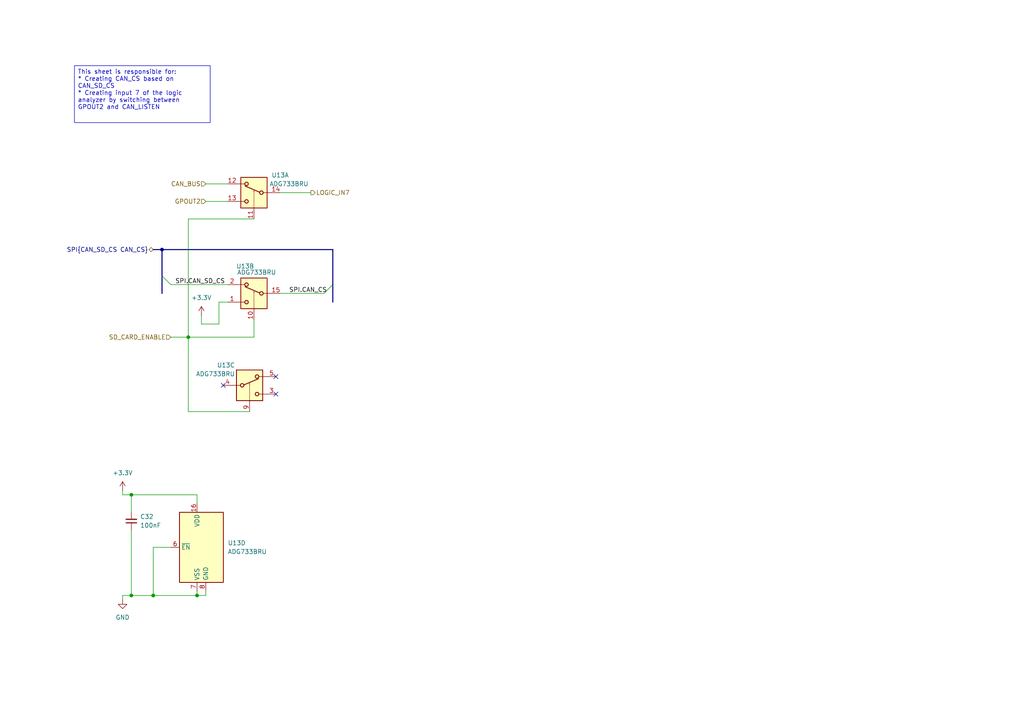
<source format=kicad_sch>
(kicad_sch (version 20231120) (generator "eeschema") (generator_version "8.0")
  (paper "A4")
  (lib_symbols
    (symbol "ADG733BRU_1"
      (property "Reference" "U" (at -3.048 7.874 0))
      (property "Value" "ADG733BRU" (at -3.048 6.096 0))
      (symbol "ADG733BRU_1_1_1"
        (rectangle (start -3.81 4.445) (end 3.81 -4.445) (stroke (width 0.254)) (fill (type background)))
        (circle (center -2.159 0) (radius 0.508) (stroke (width 0.254)))
        (polyline (pts (xy -5.08 0) (xy -2.794 0)))
        (polyline (pts (xy -1.651 0.127) (xy 2.54 1.905)) (stroke (width 0.254)))
        (polyline (pts (xy 0 -5.08) (xy 0 -4.572)))
        (polyline (pts (xy 0 -4.318) (xy 0 -4.064)))
        (polyline (pts (xy 0 -3.81) (xy 0 -3.556)))
        (polyline (pts (xy 0 -3.302) (xy 0 -3.048)))
        (polyline (pts (xy 0 -2.794) (xy 0 -2.54)))
        (polyline (pts (xy 0 -2.286) (xy 0 -2.032)))
        (polyline (pts (xy 0 -1.778) (xy 0 -1.524)))
        (polyline (pts (xy 0 -1.27) (xy 0 -1.016)))
        (polyline (pts (xy 0 -0.762) (xy 0 -0.508)))
        (polyline (pts (xy 0 -0.254) (xy 0 0)))
        (polyline (pts (xy 0 0.254) (xy 0 0.508)))
        (polyline (pts (xy 0 0.254) (xy 0 0.508)))
        (polyline (pts (xy 5.08 -2.54) (xy 2.794 -2.54)))
        (polyline (pts (xy 5.08 2.54) (xy 2.794 2.54)))
        (circle (center 2.159 -2.54) (radius 0.508) (stroke (width 0.254)))
        (circle (center 2.159 2.54) (radius 0.508) (stroke (width 0.254)))
        (pin input line (at 0 -7.62 90) (length 2.54) (name "~") (number "11"))
        (pin passive line (at 7.62 2.54 180) (length 2.54) (name "~") (number "12"))
        (pin passive line (at 7.62 -2.54 180) (length 2.54) (name "~") (number "13"))
        (pin passive line (at -7.62 0 0) (length 2.54) (name "~") (number "14"))
      )
      (symbol "ADG733BRU_1_2_1"
        (rectangle (start -3.81 4.445) (end 3.81 -4.445) (stroke (width 0.254)) (fill (type background)))
        (circle (center -2.159 0) (radius 0.508) (stroke (width 0.254)))
        (polyline (pts (xy -5.08 0) (xy -2.794 0)))
        (polyline (pts (xy -1.651 0.127) (xy 2.54 1.905)) (stroke (width 0.254)))
        (polyline (pts (xy 0 -5.08) (xy 0 -4.572)))
        (polyline (pts (xy 0 -4.318) (xy 0 -4.064)))
        (polyline (pts (xy 0 -3.81) (xy 0 -3.556)))
        (polyline (pts (xy 0 -3.302) (xy 0 -3.048)))
        (polyline (pts (xy 0 -2.794) (xy 0 -2.54)))
        (polyline (pts (xy 0 -2.286) (xy 0 -2.032)))
        (polyline (pts (xy 0 -1.778) (xy 0 -1.524)))
        (polyline (pts (xy 0 -1.27) (xy 0 -1.016)))
        (polyline (pts (xy 0 -0.762) (xy 0 -0.508)))
        (polyline (pts (xy 0 -0.254) (xy 0 0)))
        (polyline (pts (xy 0 0.254) (xy 0 0.508)))
        (polyline (pts (xy 0 0.254) (xy 0 0.508)))
        (polyline (pts (xy 5.08 -2.54) (xy 2.794 -2.54)))
        (polyline (pts (xy 5.08 2.54) (xy 2.794 2.54)))
        (circle (center 2.159 -2.54) (radius 0.508) (stroke (width 0.254)))
        (circle (center 2.159 2.54) (radius 0.508) (stroke (width 0.254)))
        (pin passive line (at 7.62 -2.54 180) (length 2.54) (name "~") (number "1"))
        (pin input line (at 0 -7.62 90) (length 2.54) (name "~") (number "10"))
        (pin passive line (at -7.62 0 0) (length 2.54) (name "~") (number "15"))
        (pin passive line (at 7.62 2.54 180) (length 2.54) (name "~") (number "2"))
      )
      (symbol "ADG733BRU_1_3_1"
        (rectangle (start -3.81 4.445) (end 3.81 -4.445) (stroke (width 0.254)) (fill (type background)))
        (circle (center -2.159 0) (radius 0.508) (stroke (width 0.254)))
        (polyline (pts (xy -5.08 0) (xy -2.794 0)))
        (polyline (pts (xy -1.651 0.127) (xy 2.54 1.905)) (stroke (width 0.254)))
        (polyline (pts (xy 0 -5.08) (xy 0 -4.572)))
        (polyline (pts (xy 0 -4.318) (xy 0 -4.064)))
        (polyline (pts (xy 0 -3.81) (xy 0 -3.556)))
        (polyline (pts (xy 0 -3.302) (xy 0 -3.048)))
        (polyline (pts (xy 0 -2.794) (xy 0 -2.54)))
        (polyline (pts (xy 0 -2.286) (xy 0 -2.032)))
        (polyline (pts (xy 0 -1.778) (xy 0 -1.524)))
        (polyline (pts (xy 0 -1.27) (xy 0 -1.016)))
        (polyline (pts (xy 0 -0.762) (xy 0 -0.508)))
        (polyline (pts (xy 0 -0.254) (xy 0 0)))
        (polyline (pts (xy 0 0.254) (xy 0 0.508)))
        (polyline (pts (xy 0 0.254) (xy 0 0.508)))
        (polyline (pts (xy 5.08 -2.54) (xy 2.794 -2.54)))
        (polyline (pts (xy 5.08 2.54) (xy 2.794 2.54)))
        (circle (center 2.159 -2.54) (radius 0.508) (stroke (width 0.254)))
        (circle (center 2.159 2.54) (radius 0.508) (stroke (width 0.254)))
        (pin passive line (at 7.62 -2.54 180) (length 2.54) (name "~") (number "3"))
        (pin passive line (at -7.62 0 0) (length 2.54) (name "~") (number "4"))
        (pin passive line (at 7.62 2.54 180) (length 2.54) (name "~") (number "5"))
        (pin input line (at 0 -7.62 90) (length 2.54) (name "~") (number "9"))
      )
      (symbol "ADG733BRU_1_4_0"
        (pin power_in line (at 0 12.7 270) (length 2.54) (name "VDD") (number "16"))
        (pin input line (at -7.62 0 0) (length 2.54) (name "~{EN}") (number "6"))
        (pin power_in line (at 0 -12.7 90) (length 2.54) (name "VSS") (number "7"))
        (pin power_in line (at 2.54 -12.7 90) (length 2.54) (name "GND") (number "8"))
      )
      (symbol "ADG733BRU_1_4_1"
        (rectangle (start -5.08 10.16) (end 7.62 -10.16) (stroke (width 0.254)) (fill (type background)))
      )
    )
    (symbol "ADG733BRU_2"
      (property "Reference" "U" (at -3.048 7.874 0))
      (property "Value" "ADG733BRU" (at -3.048 6.096 0))
      (symbol "ADG733BRU_2_1_1"
        (rectangle (start -3.81 4.445) (end 3.81 -4.445) (stroke (width 0.254)) (fill (type background)))
        (circle (center -2.159 0) (radius 0.508) (stroke (width 0.254)))
        (polyline (pts (xy -5.08 0) (xy -2.794 0)))
        (polyline (pts (xy -1.651 0.127) (xy 2.54 1.905)) (stroke (width 0.254)))
        (polyline (pts (xy 0 -5.08) (xy 0 -4.572)))
        (polyline (pts (xy 0 -4.318) (xy 0 -4.064)))
        (polyline (pts (xy 0 -3.81) (xy 0 -3.556)))
        (polyline (pts (xy 0 -3.302) (xy 0 -3.048)))
        (polyline (pts (xy 0 -2.794) (xy 0 -2.54)))
        (polyline (pts (xy 0 -2.286) (xy 0 -2.032)))
        (polyline (pts (xy 0 -1.778) (xy 0 -1.524)))
        (polyline (pts (xy 0 -1.27) (xy 0 -1.016)))
        (polyline (pts (xy 0 -0.762) (xy 0 -0.508)))
        (polyline (pts (xy 0 -0.254) (xy 0 0)))
        (polyline (pts (xy 0 0.254) (xy 0 0.508)))
        (polyline (pts (xy 0 0.254) (xy 0 0.508)))
        (polyline (pts (xy 5.08 -2.54) (xy 2.794 -2.54)))
        (polyline (pts (xy 5.08 2.54) (xy 2.794 2.54)))
        (circle (center 2.159 -2.54) (radius 0.508) (stroke (width 0.254)))
        (circle (center 2.159 2.54) (radius 0.508) (stroke (width 0.254)))
        (pin input line (at 0 -7.62 90) (length 2.54) (name "~") (number "11"))
        (pin passive line (at 7.62 2.54 180) (length 2.54) (name "~") (number "12"))
        (pin passive line (at 7.62 -2.54 180) (length 2.54) (name "~") (number "13"))
        (pin passive line (at -7.62 0 0) (length 2.54) (name "~") (number "14"))
      )
      (symbol "ADG733BRU_2_2_1"
        (rectangle (start -3.81 4.445) (end 3.81 -4.445) (stroke (width 0.254)) (fill (type background)))
        (circle (center -2.159 0) (radius 0.508) (stroke (width 0.254)))
        (polyline (pts (xy -5.08 0) (xy -2.794 0)))
        (polyline (pts (xy -1.651 0.127) (xy 2.54 1.905)) (stroke (width 0.254)))
        (polyline (pts (xy 0 -5.08) (xy 0 -4.572)))
        (polyline (pts (xy 0 -4.318) (xy 0 -4.064)))
        (polyline (pts (xy 0 -3.81) (xy 0 -3.556)))
        (polyline (pts (xy 0 -3.302) (xy 0 -3.048)))
        (polyline (pts (xy 0 -2.794) (xy 0 -2.54)))
        (polyline (pts (xy 0 -2.286) (xy 0 -2.032)))
        (polyline (pts (xy 0 -1.778) (xy 0 -1.524)))
        (polyline (pts (xy 0 -1.27) (xy 0 -1.016)))
        (polyline (pts (xy 0 -0.762) (xy 0 -0.508)))
        (polyline (pts (xy 0 -0.254) (xy 0 0)))
        (polyline (pts (xy 0 0.254) (xy 0 0.508)))
        (polyline (pts (xy 0 0.254) (xy 0 0.508)))
        (polyline (pts (xy 5.08 -2.54) (xy 2.794 -2.54)))
        (polyline (pts (xy 5.08 2.54) (xy 2.794 2.54)))
        (circle (center 2.159 -2.54) (radius 0.508) (stroke (width 0.254)))
        (circle (center 2.159 2.54) (radius 0.508) (stroke (width 0.254)))
        (pin passive line (at 7.62 -2.54 180) (length 2.54) (name "~") (number "1"))
        (pin input line (at 0 -7.62 90) (length 2.54) (name "~") (number "10"))
        (pin passive line (at -7.62 0 0) (length 2.54) (name "~") (number "15"))
        (pin passive line (at 7.62 2.54 180) (length 2.54) (name "~") (number "2"))
      )
      (symbol "ADG733BRU_2_3_1"
        (rectangle (start -3.81 4.445) (end 3.81 -4.445) (stroke (width 0.254)) (fill (type background)))
        (circle (center -2.159 0) (radius 0.508) (stroke (width 0.254)))
        (polyline (pts (xy -5.08 0) (xy -2.794 0)))
        (polyline (pts (xy -1.651 0.127) (xy 2.54 1.905)) (stroke (width 0.254)))
        (polyline (pts (xy 0 -5.08) (xy 0 -4.572)))
        (polyline (pts (xy 0 -4.318) (xy 0 -4.064)))
        (polyline (pts (xy 0 -3.81) (xy 0 -3.556)))
        (polyline (pts (xy 0 -3.302) (xy 0 -3.048)))
        (polyline (pts (xy 0 -2.794) (xy 0 -2.54)))
        (polyline (pts (xy 0 -2.286) (xy 0 -2.032)))
        (polyline (pts (xy 0 -1.778) (xy 0 -1.524)))
        (polyline (pts (xy 0 -1.27) (xy 0 -1.016)))
        (polyline (pts (xy 0 -0.762) (xy 0 -0.508)))
        (polyline (pts (xy 0 -0.254) (xy 0 0)))
        (polyline (pts (xy 0 0.254) (xy 0 0.508)))
        (polyline (pts (xy 0 0.254) (xy 0 0.508)))
        (polyline (pts (xy 5.08 -2.54) (xy 2.794 -2.54)))
        (polyline (pts (xy 5.08 2.54) (xy 2.794 2.54)))
        (circle (center 2.159 -2.54) (radius 0.508) (stroke (width 0.254)))
        (circle (center 2.159 2.54) (radius 0.508) (stroke (width 0.254)))
        (pin passive line (at 7.62 -2.54 180) (length 2.54) (name "~") (number "3"))
        (pin passive line (at -7.62 0 0) (length 2.54) (name "~") (number "4"))
        (pin passive line (at 7.62 2.54 180) (length 2.54) (name "~") (number "5"))
        (pin input line (at 0 -7.62 90) (length 2.54) (name "~") (number "9"))
      )
      (symbol "ADG733BRU_2_4_0"
        (pin power_in line (at 0 12.7 270) (length 2.54) (name "VDD") (number "16"))
        (pin input line (at -7.62 0 0) (length 2.54) (name "~{EN}") (number "6"))
        (pin power_in line (at 0 -12.7 90) (length 2.54) (name "VSS") (number "7"))
        (pin power_in line (at 2.54 -12.7 90) (length 2.54) (name "GND") (number "8"))
      )
      (symbol "ADG733BRU_2_4_1"
        (rectangle (start -5.08 10.16) (end 7.62 -10.16) (stroke (width 0.254)) (fill (type background)))
      )
    )
    (symbol "ADG733BRU_3"
      (property "Reference" "U" (at -3.048 7.874 0))
      (property "Value" "ADG733BRU" (at -3.048 6.096 0))
      (symbol "ADG733BRU_3_1_1"
        (rectangle (start -3.81 4.445) (end 3.81 -4.445) (stroke (width 0.254)) (fill (type background)))
        (circle (center -2.159 0) (radius 0.508) (stroke (width 0.254)))
        (polyline (pts (xy -5.08 0) (xy -2.794 0)))
        (polyline (pts (xy -1.651 0.127) (xy 2.54 1.905)) (stroke (width 0.254)))
        (polyline (pts (xy 0 -5.08) (xy 0 -4.572)))
        (polyline (pts (xy 0 -4.318) (xy 0 -4.064)))
        (polyline (pts (xy 0 -3.81) (xy 0 -3.556)))
        (polyline (pts (xy 0 -3.302) (xy 0 -3.048)))
        (polyline (pts (xy 0 -2.794) (xy 0 -2.54)))
        (polyline (pts (xy 0 -2.286) (xy 0 -2.032)))
        (polyline (pts (xy 0 -1.778) (xy 0 -1.524)))
        (polyline (pts (xy 0 -1.27) (xy 0 -1.016)))
        (polyline (pts (xy 0 -0.762) (xy 0 -0.508)))
        (polyline (pts (xy 0 -0.254) (xy 0 0)))
        (polyline (pts (xy 0 0.254) (xy 0 0.508)))
        (polyline (pts (xy 0 0.254) (xy 0 0.508)))
        (polyline (pts (xy 5.08 -2.54) (xy 2.794 -2.54)))
        (polyline (pts (xy 5.08 2.54) (xy 2.794 2.54)))
        (circle (center 2.159 -2.54) (radius 0.508) (stroke (width 0.254)))
        (circle (center 2.159 2.54) (radius 0.508) (stroke (width 0.254)))
        (pin input line (at 0 -7.62 90) (length 2.54) (name "~") (number "11"))
        (pin passive line (at 7.62 2.54 180) (length 2.54) (name "~") (number "12"))
        (pin passive line (at 7.62 -2.54 180) (length 2.54) (name "~") (number "13"))
        (pin passive line (at -7.62 0 0) (length 2.54) (name "~") (number "14"))
      )
      (symbol "ADG733BRU_3_2_1"
        (rectangle (start -3.81 4.445) (end 3.81 -4.445) (stroke (width 0.254)) (fill (type background)))
        (circle (center -2.159 0) (radius 0.508) (stroke (width 0.254)))
        (polyline (pts (xy -5.08 0) (xy -2.794 0)))
        (polyline (pts (xy -1.651 0.127) (xy 2.54 1.905)) (stroke (width 0.254)))
        (polyline (pts (xy 0 -5.08) (xy 0 -4.572)))
        (polyline (pts (xy 0 -4.318) (xy 0 -4.064)))
        (polyline (pts (xy 0 -3.81) (xy 0 -3.556)))
        (polyline (pts (xy 0 -3.302) (xy 0 -3.048)))
        (polyline (pts (xy 0 -2.794) (xy 0 -2.54)))
        (polyline (pts (xy 0 -2.286) (xy 0 -2.032)))
        (polyline (pts (xy 0 -1.778) (xy 0 -1.524)))
        (polyline (pts (xy 0 -1.27) (xy 0 -1.016)))
        (polyline (pts (xy 0 -0.762) (xy 0 -0.508)))
        (polyline (pts (xy 0 -0.254) (xy 0 0)))
        (polyline (pts (xy 0 0.254) (xy 0 0.508)))
        (polyline (pts (xy 0 0.254) (xy 0 0.508)))
        (polyline (pts (xy 5.08 -2.54) (xy 2.794 -2.54)))
        (polyline (pts (xy 5.08 2.54) (xy 2.794 2.54)))
        (circle (center 2.159 -2.54) (radius 0.508) (stroke (width 0.254)))
        (circle (center 2.159 2.54) (radius 0.508) (stroke (width 0.254)))
        (pin passive line (at 7.62 -2.54 180) (length 2.54) (name "~") (number "1"))
        (pin input line (at 0 -7.62 90) (length 2.54) (name "~") (number "10"))
        (pin passive line (at -7.62 0 0) (length 2.54) (name "~") (number "15"))
        (pin passive line (at 7.62 2.54 180) (length 2.54) (name "~") (number "2"))
      )
      (symbol "ADG733BRU_3_3_1"
        (rectangle (start -3.81 4.445) (end 3.81 -4.445) (stroke (width 0.254)) (fill (type background)))
        (circle (center -2.159 0) (radius 0.508) (stroke (width 0.254)))
        (polyline (pts (xy -5.08 0) (xy -2.794 0)))
        (polyline (pts (xy -1.651 0.127) (xy 2.54 1.905)) (stroke (width 0.254)))
        (polyline (pts (xy 0 -5.08) (xy 0 -4.572)))
        (polyline (pts (xy 0 -4.318) (xy 0 -4.064)))
        (polyline (pts (xy 0 -3.81) (xy 0 -3.556)))
        (polyline (pts (xy 0 -3.302) (xy 0 -3.048)))
        (polyline (pts (xy 0 -2.794) (xy 0 -2.54)))
        (polyline (pts (xy 0 -2.286) (xy 0 -2.032)))
        (polyline (pts (xy 0 -1.778) (xy 0 -1.524)))
        (polyline (pts (xy 0 -1.27) (xy 0 -1.016)))
        (polyline (pts (xy 0 -0.762) (xy 0 -0.508)))
        (polyline (pts (xy 0 -0.254) (xy 0 0)))
        (polyline (pts (xy 0 0.254) (xy 0 0.508)))
        (polyline (pts (xy 0 0.254) (xy 0 0.508)))
        (polyline (pts (xy 5.08 -2.54) (xy 2.794 -2.54)))
        (polyline (pts (xy 5.08 2.54) (xy 2.794 2.54)))
        (circle (center 2.159 -2.54) (radius 0.508) (stroke (width 0.254)))
        (circle (center 2.159 2.54) (radius 0.508) (stroke (width 0.254)))
        (pin passive line (at 7.62 -2.54 180) (length 2.54) (name "~") (number "3"))
        (pin passive line (at -7.62 0 0) (length 2.54) (name "~") (number "4"))
        (pin passive line (at 7.62 2.54 180) (length 2.54) (name "~") (number "5"))
        (pin input line (at 0 -7.62 90) (length 2.54) (name "~") (number "9"))
      )
      (symbol "ADG733BRU_3_4_0"
        (pin power_in line (at 0 12.7 270) (length 2.54) (name "VDD") (number "16"))
        (pin input line (at -7.62 0 0) (length 2.54) (name "~{EN}") (number "6"))
        (pin power_in line (at 0 -12.7 90) (length 2.54) (name "VSS") (number "7"))
        (pin power_in line (at 2.54 -12.7 90) (length 2.54) (name "GND") (number "8"))
      )
      (symbol "ADG733BRU_3_4_1"
        (rectangle (start -5.08 10.16) (end 7.62 -10.16) (stroke (width 0.254)) (fill (type background)))
      )
    )
    (symbol "ADG733BRU_4"
      (property "Reference" "U" (at -3.048 7.874 0))
      (property "Value" "ADG733BRU" (at -3.048 6.096 0))
      (symbol "ADG733BRU_4_1_1"
        (rectangle (start -3.81 4.445) (end 3.81 -4.445) (stroke (width 0.254)) (fill (type background)))
        (circle (center -2.159 0) (radius 0.508) (stroke (width 0.254)))
        (polyline (pts (xy -5.08 0) (xy -2.794 0)))
        (polyline (pts (xy -1.651 0.127) (xy 2.54 1.905)) (stroke (width 0.254)))
        (polyline (pts (xy 0 -5.08) (xy 0 -4.572)))
        (polyline (pts (xy 0 -4.318) (xy 0 -4.064)))
        (polyline (pts (xy 0 -3.81) (xy 0 -3.556)))
        (polyline (pts (xy 0 -3.302) (xy 0 -3.048)))
        (polyline (pts (xy 0 -2.794) (xy 0 -2.54)))
        (polyline (pts (xy 0 -2.286) (xy 0 -2.032)))
        (polyline (pts (xy 0 -1.778) (xy 0 -1.524)))
        (polyline (pts (xy 0 -1.27) (xy 0 -1.016)))
        (polyline (pts (xy 0 -0.762) (xy 0 -0.508)))
        (polyline (pts (xy 0 -0.254) (xy 0 0)))
        (polyline (pts (xy 0 0.254) (xy 0 0.508)))
        (polyline (pts (xy 0 0.254) (xy 0 0.508)))
        (polyline (pts (xy 5.08 -2.54) (xy 2.794 -2.54)))
        (polyline (pts (xy 5.08 2.54) (xy 2.794 2.54)))
        (circle (center 2.159 -2.54) (radius 0.508) (stroke (width 0.254)))
        (circle (center 2.159 2.54) (radius 0.508) (stroke (width 0.254)))
        (pin input line (at 0 -7.62 90) (length 2.54) (name "~") (number "11"))
        (pin passive line (at 7.62 2.54 180) (length 2.54) (name "~") (number "12"))
        (pin passive line (at 7.62 -2.54 180) (length 2.54) (name "~") (number "13"))
        (pin passive line (at -7.62 0 0) (length 2.54) (name "~") (number "14"))
      )
      (symbol "ADG733BRU_4_2_1"
        (rectangle (start -3.81 4.445) (end 3.81 -4.445) (stroke (width 0.254)) (fill (type background)))
        (circle (center -2.159 0) (radius 0.508) (stroke (width 0.254)))
        (polyline (pts (xy -5.08 0) (xy -2.794 0)))
        (polyline (pts (xy -1.651 0.127) (xy 2.54 1.905)) (stroke (width 0.254)))
        (polyline (pts (xy 0 -5.08) (xy 0 -4.572)))
        (polyline (pts (xy 0 -4.318) (xy 0 -4.064)))
        (polyline (pts (xy 0 -3.81) (xy 0 -3.556)))
        (polyline (pts (xy 0 -3.302) (xy 0 -3.048)))
        (polyline (pts (xy 0 -2.794) (xy 0 -2.54)))
        (polyline (pts (xy 0 -2.286) (xy 0 -2.032)))
        (polyline (pts (xy 0 -1.778) (xy 0 -1.524)))
        (polyline (pts (xy 0 -1.27) (xy 0 -1.016)))
        (polyline (pts (xy 0 -0.762) (xy 0 -0.508)))
        (polyline (pts (xy 0 -0.254) (xy 0 0)))
        (polyline (pts (xy 0 0.254) (xy 0 0.508)))
        (polyline (pts (xy 0 0.254) (xy 0 0.508)))
        (polyline (pts (xy 5.08 -2.54) (xy 2.794 -2.54)))
        (polyline (pts (xy 5.08 2.54) (xy 2.794 2.54)))
        (circle (center 2.159 -2.54) (radius 0.508) (stroke (width 0.254)))
        (circle (center 2.159 2.54) (radius 0.508) (stroke (width 0.254)))
        (pin passive line (at 7.62 -2.54 180) (length 2.54) (name "~") (number "1"))
        (pin input line (at 0 -7.62 90) (length 2.54) (name "~") (number "10"))
        (pin passive line (at -7.62 0 0) (length 2.54) (name "~") (number "15"))
        (pin passive line (at 7.62 2.54 180) (length 2.54) (name "~") (number "2"))
      )
      (symbol "ADG733BRU_4_3_1"
        (rectangle (start -3.81 4.445) (end 3.81 -4.445) (stroke (width 0.254)) (fill (type background)))
        (circle (center -2.159 0) (radius 0.508) (stroke (width 0.254)))
        (polyline (pts (xy -5.08 0) (xy -2.794 0)))
        (polyline (pts (xy -1.651 0.127) (xy 2.54 1.905)) (stroke (width 0.254)))
        (polyline (pts (xy 0 -5.08) (xy 0 -4.572)))
        (polyline (pts (xy 0 -4.318) (xy 0 -4.064)))
        (polyline (pts (xy 0 -3.81) (xy 0 -3.556)))
        (polyline (pts (xy 0 -3.302) (xy 0 -3.048)))
        (polyline (pts (xy 0 -2.794) (xy 0 -2.54)))
        (polyline (pts (xy 0 -2.286) (xy 0 -2.032)))
        (polyline (pts (xy 0 -1.778) (xy 0 -1.524)))
        (polyline (pts (xy 0 -1.27) (xy 0 -1.016)))
        (polyline (pts (xy 0 -0.762) (xy 0 -0.508)))
        (polyline (pts (xy 0 -0.254) (xy 0 0)))
        (polyline (pts (xy 0 0.254) (xy 0 0.508)))
        (polyline (pts (xy 0 0.254) (xy 0 0.508)))
        (polyline (pts (xy 5.08 -2.54) (xy 2.794 -2.54)))
        (polyline (pts (xy 5.08 2.54) (xy 2.794 2.54)))
        (circle (center 2.159 -2.54) (radius 0.508) (stroke (width 0.254)))
        (circle (center 2.159 2.54) (radius 0.508) (stroke (width 0.254)))
        (pin passive line (at 7.62 -2.54 180) (length 2.54) (name "~") (number "3"))
        (pin passive line (at -7.62 0 0) (length 2.54) (name "~") (number "4"))
        (pin passive line (at 7.62 2.54 180) (length 2.54) (name "~") (number "5"))
        (pin input line (at 0 -7.62 90) (length 2.54) (name "~") (number "9"))
      )
      (symbol "ADG733BRU_4_4_0"
        (pin power_in line (at 0 12.7 270) (length 2.54) (name "VDD") (number "16"))
        (pin input line (at -7.62 0 0) (length 2.54) (name "~{EN}") (number "6"))
        (pin power_in line (at 0 -12.7 90) (length 2.54) (name "VSS") (number "7"))
        (pin power_in line (at 2.54 -12.7 90) (length 2.54) (name "GND") (number "8"))
      )
      (symbol "ADG733BRU_4_4_1"
        (rectangle (start -5.08 10.16) (end 7.62 -10.16) (stroke (width 0.254)) (fill (type background)))
      )
    )
    (symbol "Device:C_Small" (pin_numbers hide) (pin_names (offset 0.254) hide)
      (property "Reference" "C" (at 0.254 1.778 0))
      (property "Value" "C_Small" (at 0.254 -2.032 0))
      (symbol "C_Small_0_1"
        (polyline (pts (xy -1.524 -0.508) (xy 1.524 -0.508)) (stroke (width 0.3302)))
        (polyline (pts (xy -1.524 0.508) (xy 1.524 0.508)) (stroke (width 0.3048)))
      )
      (symbol "C_Small_1_1"
        (pin passive line (at 0 2.54 270) (length 2.032) (name "~") (number "1"))
        (pin passive line (at 0 -2.54 90) (length 2.032) (name "~") (number "2"))
      )
    )
    (symbol "power:+3.3V" (power) (pin_numbers hide) (pin_names (offset 0) hide)
      (property "Value" "+3.3V" (at 0 3.556 0))
      (symbol "+3.3V_0_1"
        (polyline (pts (xy -0.762 1.27) (xy 0 2.54)))
        (polyline (pts (xy 0 0) (xy 0 2.54)))
        (polyline (pts (xy 0 2.54) (xy 0.762 1.27)))
      )
      (symbol "+3.3V_1_1"
        (pin power_in line (at 0 0 90) (length 0) (name "~") (number "1"))
      )
    )
    (symbol "power:GND" (power) (pin_numbers hide) (pin_names (offset 0) hide)
      (property "Value" "GND" (at 0 -3.81 0))
      (symbol "GND_0_1"
        (polyline (pts (xy 0 0) (xy 0 -1.27) (xy 1.27 -1.27) (xy 0 -2.54) (xy -1.27 -1.27) (xy 0 -1.27)))
      )
      (symbol "GND_1_1"
        (pin power_in line (at 0 0 270) (length 0) (name "~") (number "1"))
      )
    )
  )
  (junction (at 57.15 172.72))
  (junction (at 54.61 97.79))
  (junction (at 38.1 143.51))
  (junction (at 38.1 172.72))
  (junction (at 46.99 72.39))
  (junction (at 44.45 172.72))
  (no_connect (at 80.01 114.3))
  (no_connect (at 80.01 109.22))
  (no_connect (at 64.77 111.76))
  (bus_entry (at 96.52 82.55) (size -2.54 2.54))
  (bus_entry (at 46.99 80.01) (size 2.54 2.54))
  (bus (pts (xy 46.99 80.01) (xy 46.99 85.09)))
  (wire (pts (xy 35.56 142.24) (xy 35.56 143.51)))
  (wire (pts (xy 73.66 63.5) (xy 54.61 63.5)))
  (wire (pts (xy 38.1 143.51) (xy 57.15 143.51)))
  (wire (pts (xy 81.28 85.09) (xy 93.98 85.09)))
  (wire (pts (xy 73.66 97.79) (xy 73.66 92.71)))
  (bus (pts (xy 46.99 72.39) (xy 96.52 72.39)))
  (wire (pts (xy 44.45 172.72) (xy 38.1 172.72)))
  (wire (pts (xy 59.69 53.34) (xy 66.04 53.34)))
  (wire (pts (xy 44.45 158.75) (xy 44.45 172.72)))
  (wire (pts (xy 72.39 119.38) (xy 54.61 119.38)))
  (wire (pts (xy 35.56 143.51) (xy 38.1 143.51)))
  (wire (pts (xy 58.42 93.98) (xy 58.42 91.44)))
  (bus (pts (xy 44.45 72.39) (xy 46.99 72.39)))
  (bus (pts (xy 96.52 72.39) (xy 96.52 82.55)))
  (wire (pts (xy 57.15 143.51) (xy 57.15 146.05)))
  (wire (pts (xy 59.69 58.42) (xy 66.04 58.42)))
  (wire (pts (xy 63.5 93.98) (xy 63.5 87.63)))
  (wire (pts (xy 49.53 82.55) (xy 66.04 82.55)))
  (wire (pts (xy 49.53 97.79) (xy 54.61 97.79)))
  (wire (pts (xy 81.28 55.88) (xy 90.17 55.88)))
  (wire (pts (xy 54.61 119.38) (xy 54.61 97.79)))
  (wire (pts (xy 49.53 158.75) (xy 44.45 158.75)))
  (wire (pts (xy 63.5 87.63) (xy 66.04 87.63)))
  (wire (pts (xy 38.1 172.72) (xy 35.56 172.72)))
  (wire (pts (xy 59.69 171.45) (xy 59.69 172.72)))
  (wire (pts (xy 63.5 93.98) (xy 58.42 93.98)))
  (wire (pts (xy 54.61 97.79) (xy 73.66 97.79)))
  (wire (pts (xy 38.1 153.67) (xy 38.1 172.72)))
  (wire (pts (xy 35.56 172.72) (xy 35.56 173.99)))
  (wire (pts (xy 54.61 63.5) (xy 54.61 97.79)))
  (wire (pts (xy 59.69 172.72) (xy 57.15 172.72)))
  (bus (pts (xy 96.52 82.55) (xy 96.52 87.63)))
  (wire (pts (xy 57.15 172.72) (xy 44.45 172.72)))
  (wire (pts (xy 38.1 143.51) (xy 38.1 148.59)))
  (bus (pts (xy 46.99 72.39) (xy 46.99 80.01)))
  (wire (pts (xy 57.15 171.45) (xy 57.15 172.72)))
  (text_box "This sheet is responsible for:\n* Creating CAN_CS based on CAN_SD_CS\n* Creating input 7 of the logic analyzer by switching between GPOUT2 and CAN_LISTEN" (at 21.59 19.05 0) (size 39.37 16.51) (effects (font (size 1.27 1.27)) (justify left top)))
  (label "SPI.CAN_SD_CS" (at 50.8 82.55 0))
  (label "SPI.CAN_CS" (at 83.82 85.09 0))
  (hierarchical_label "SD_CARD_ENABLE" (shape input) (at 49.53 97.79 180))
  (hierarchical_label "SPI{CAN_SD_CS CAN_CS}" (shape bidirectional) (at 44.45 72.39 180))
  (hierarchical_label "GPOUT2" (shape input) (at 59.69 58.42 180))
  (hierarchical_label "LOGIC_IN7" (shape output) (at 90.17 55.88 0))
  (hierarchical_label "CAN_BUS" (shape input) (at 59.69 53.34 180))
  (symbol (lib_id "power:GND") (at 35.56 173.99 0) (unit 1)
    (property "Reference" "#PWR0105" (effects (hide yes)))
    (property "Value" "GND" (at 35.56 179.07 0))
    (property "Description" "Power symbol creates a global label with name \"GND\" , ground" (effects (hide yes)))
  )
  (symbol (lib_id "Device:C_Small") (at 38.1 151.13 180) (unit 1)
    (property "Reference" "C32" (at 40.64 149.8536 0) (effects (justify right)))
    (property "Value" "100nF" (at 40.64 152.3936 0) (effects (justify right)))
    (property "Footprint" "Capacitor_SMD:C_1206_3216Metric" (effects (hide yes)))
    (property "Description" "Unpolarized capacitor, small symbol" (effects (hide yes)))
    (property "Supplier" "Digi-Key" (effects (hide yes)))
    (property "LibRef" "GRM319R72A104KA01D" (effects (hide yes)))
  )
  (symbol (lib_id "power:+3.3V") (at 58.42 91.44 0) (unit 1)
    (property "Reference" "#PWR0106" (effects (hide yes)))
    (property "Value" "+3.3V" (at 58.42 86.36 0))
    (property "Description" "Power symbol creates a global label with name \"+3.3V\"" (effects (hide yes)))
  )
  (symbol (lib_name "ADG733BRU_2") (lib_id "Analog_Switch:ADG733BRU") (at 72.39 111.76 0) (unit 3)
    (property "Reference" "U13" (at 65.532 105.918 0))
    (property "Value" "ADG733BRU" (at 62.484 108.458 0))
    (property "Footprint" "Package_SO:TSSOP-16_4.4x5mm_P0.65mm" (effects (hide yes)))
    (property "Datasheet" "https://www.analog.com/media/en/technical-documentation/data-sheets/ADG733_734.pdf" (effects (hide yes)))
    (property "Description" "Triple SPDT CMOS Analog Switch, 2.5Ohm Ron, TSSOP-16" (effects (hide yes)))
    (property "SKU" "ADG733BRUZ-REEL7CT-ND" (effects (hide yes)))
    (property "Supplier" "Digi-Key" (effects (hide yes)))
  )
  (symbol (lib_name "ADG733BRU_4") (lib_id "Analog_Switch:ADG733BRU") (at 73.66 55.88 0) (mirror y) (unit 1)
    (property "Reference" "U13" (at 81.28 50.8 0))
    (property "Value" "ADG733BRU" (at 83.82 53.34 0))
    (property "Footprint" "Package_SO:TSSOP-16_4.4x5mm_P0.65mm" (effects (hide yes)))
    (property "Datasheet" "https://www.analog.com/media/en/technical-documentation/data-sheets/ADG733_734.pdf" (effects (hide yes)))
    (property "Description" "Triple SPDT CMOS Analog Switch, 2.5Ohm Ron, TSSOP-16" (effects (hide yes)))
    (property "SKU" "ADG733BRUZ-REEL7CT-ND" (effects (hide yes)))
    (property "Supplier" "Digi-Key" (effects (hide yes)))
  )
  (symbol (lib_id "power:+3.3V") (at 35.56 142.24 0) (unit 1)
    (property "Reference" "#PWR051" (effects (hide yes)))
    (property "Value" "+3.3V" (at 35.56 137.16 0))
    (property "Description" "Power symbol creates a global label with name \"+3.3V\"" (effects (hide yes)))
  )
  (symbol (lib_name "ADG733BRU_3") (lib_id "Analog_Switch:ADG733BRU") (at 57.15 158.75 0) (unit 4)
    (property "Reference" "U13" (at 66.04 157.48 0) (effects (justify left)))
    (property "Value" "ADG733BRU" (at 66.04 160.02 0) (effects (justify left)))
    (property "Footprint" "Package_SO:TSSOP-16_4.4x5mm_P0.65mm" (effects (hide yes)))
    (property "Datasheet" "https://www.analog.com/media/en/technical-documentation/data-sheets/ADG733_734.pdf" (effects (hide yes)))
    (property "Description" "Triple SPDT CMOS Analog Switch, 2.5Ohm Ron, TSSOP-16" (effects (hide yes)))
    (property "SKU" "ADG733BRUZ-REEL7CT-ND" (effects (hide yes)))
    (property "Supplier" "Digi-Key" (effects (hide yes)))
  )
  (symbol (lib_name "ADG733BRU_1") (lib_id "Analog_Switch:ADG733BRU") (at 73.66 85.09 0) (mirror y) (unit 2)
    (property "Reference" "U13" (at 71.12 77.216 0))
    (property "Value" "ADG733BRU" (at 74.422 78.994 0))
    (property "Footprint" "Package_SO:TSSOP-16_4.4x5mm_P0.65mm" (effects (hide yes)))
    (property "Datasheet" "https://www.analog.com/media/en/technical-documentation/data-sheets/ADG733_734.pdf" (effects (hide yes)))
    (property "Description" "Triple SPDT CMOS Analog Switch, 2.5Ohm Ron, TSSOP-16" (effects (hide yes)))
    (property "SKU" "ADG733BRUZ-REEL7CT-ND" (effects (hide yes)))
    (property "Supplier" "Digi-Key" (effects (hide yes)))
  )
)
</source>
